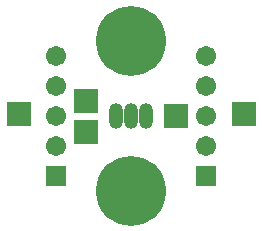
<source format=gts>
G04 Layer_Color=8388736*
%FSLAX25Y25*%
%MOIN*%
G70*
G01*
G75*
%ADD22O,0.04737X0.08674*%
%ADD23O,0.04737X0.08674*%
%ADD24R,0.06706X0.06706*%
%ADD25C,0.06706*%
%ADD26C,0.23300*%
%ADD27R,0.08300X0.08300*%
D22*
X5000Y0D02*
D03*
X-5000D02*
D03*
D23*
X0D02*
D03*
D24*
X25000Y-20000D02*
D03*
X-25000D02*
D03*
D25*
X25000Y-10000D02*
D03*
Y0D02*
D03*
Y10000D02*
D03*
Y20000D02*
D03*
X-25000Y-10000D02*
D03*
Y0D02*
D03*
Y10000D02*
D03*
Y20000D02*
D03*
D26*
X0Y-25000D02*
D03*
Y25000D02*
D03*
D27*
X37500Y500D02*
D03*
X-37500D02*
D03*
X-15000Y5000D02*
D03*
Y-5500D02*
D03*
X15000Y0D02*
D03*
M02*

</source>
